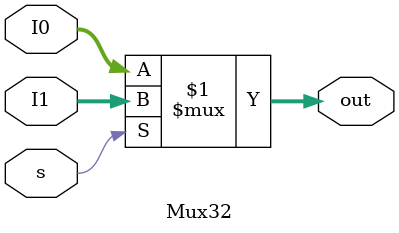
<source format=v>
`ifndef MUX_V
`define MUX_V 

module Mux5 (
    input wire [4:0] I0,
    I1,
    input wire s,
    output wire [4:0] out
);
  assign out = s ? I1 : I0;
endmodule

module Mux32 (
    input wire [31:0] I0,
    I1,
    input wire s,
    output wire [31:0] out
);
  assign out = s ? I1 : I0;
endmodule

`endif


</source>
